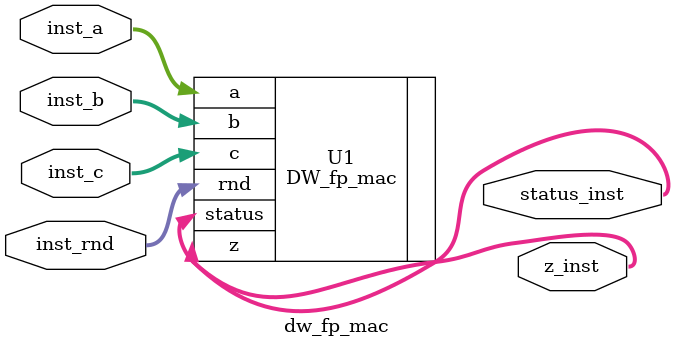
<source format=sv>
module dw_fp_mac( inst_a, inst_b, inst_c, inst_rnd, z_inst, status_inst );
parameter inst_sig_width = 23;
parameter inst_exp_width = 8;
parameter inst_ieee_compliance = 0;
input [inst_sig_width+inst_exp_width : 0] inst_a;
input [inst_sig_width+inst_exp_width : 0] inst_b;
input [inst_sig_width+inst_exp_width : 0] inst_c;
input [2 : 0] inst_rnd;
output [inst_sig_width+inst_exp_width : 0] z_inst;
output [7 : 0] status_inst;
// Instance of DW_fp_mac
DW_fp_mac #(inst_sig_width, inst_exp_width, inst_ieee_compliance) U1 (
.a(inst_a),
.b(inst_b),
.c(inst_c),
.rnd(inst_rnd),
.z(z_inst),
.status(status_inst) );
endmodule
</source>
